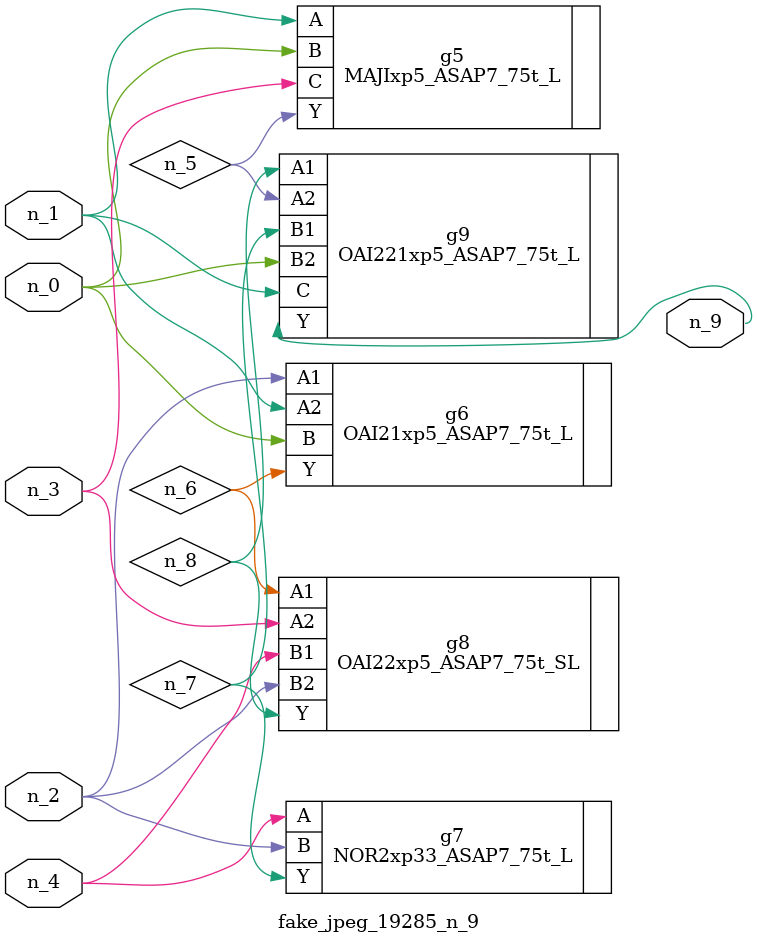
<source format=v>
module fake_jpeg_19285_n_9 (n_3, n_2, n_1, n_0, n_4, n_9);

input n_3;
input n_2;
input n_1;
input n_0;
input n_4;

output n_9;

wire n_8;
wire n_6;
wire n_5;
wire n_7;

MAJIxp5_ASAP7_75t_L g5 ( 
.A(n_1),
.B(n_0),
.C(n_3),
.Y(n_5)
);

OAI21xp5_ASAP7_75t_L g6 ( 
.A1(n_2),
.A2(n_1),
.B(n_0),
.Y(n_6)
);

NOR2xp33_ASAP7_75t_L g7 ( 
.A(n_4),
.B(n_2),
.Y(n_7)
);

OAI22xp5_ASAP7_75t_SL g8 ( 
.A1(n_6),
.A2(n_3),
.B1(n_4),
.B2(n_2),
.Y(n_8)
);

OAI221xp5_ASAP7_75t_L g9 ( 
.A1(n_8),
.A2(n_5),
.B1(n_7),
.B2(n_0),
.C(n_1),
.Y(n_9)
);


endmodule
</source>
